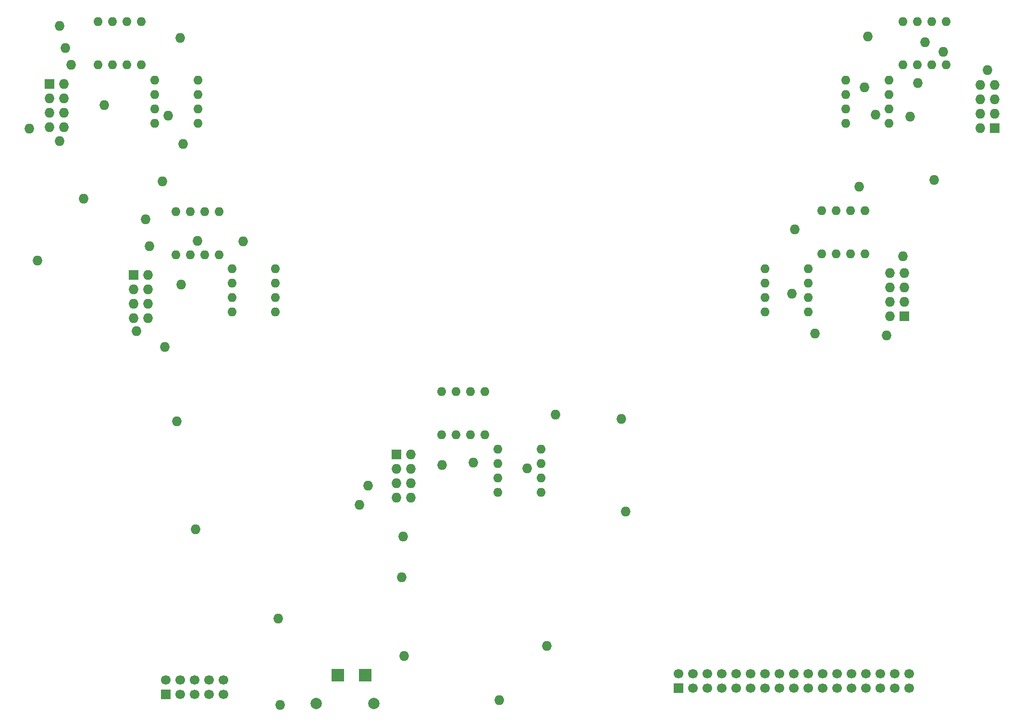
<source format=gbs>
G04 #@! TF.FileFunction,Soldermask,Bot*
%FSLAX46Y46*%
G04 Gerber Fmt 4.6, Leading zero omitted, Abs format (unit mm)*
G04 Created by KiCad (PCBNEW 4.0.5) date 2017 January 03, Tuesday 16:58:24*
%MOMM*%
%LPD*%
G01*
G04 APERTURE LIST*
%ADD10C,0.150000*%
%ADD11O,1.727200X1.727200*%
%ADD12R,1.700000X1.700000*%
%ADD13C,1.700000*%
%ADD14O,1.600000X1.600000*%
%ADD15R,1.727200X1.727200*%
%ADD16R,2.235200X2.235200*%
%ADD17C,1.998980*%
G04 APERTURE END LIST*
D10*
D11*
X161250000Y-125860000D03*
X201830000Y-164890000D03*
X278840000Y-103870000D03*
X280140000Y-97960000D03*
X131020000Y-94750000D03*
X189470000Y-177960000D03*
D12*
X238020000Y-204670000D03*
D13*
X238020000Y-202130000D03*
X240560000Y-204670000D03*
X240560000Y-202130000D03*
X243100000Y-204670000D03*
X243100000Y-202130000D03*
X245640000Y-204670000D03*
X245640000Y-202130000D03*
X248180000Y-204670000D03*
X248180000Y-202130000D03*
X250720000Y-204670000D03*
X250720000Y-202130000D03*
X253260000Y-204670000D03*
X253260000Y-202130000D03*
X255800000Y-204670000D03*
X255800000Y-202130000D03*
X258340000Y-204670000D03*
X258340000Y-202130000D03*
X260880000Y-204670000D03*
X260880000Y-202130000D03*
X263420000Y-204670000D03*
X263420000Y-202130000D03*
X265960000Y-204670000D03*
X265960000Y-202130000D03*
X268500000Y-204670000D03*
X268500000Y-202130000D03*
X271040000Y-204670000D03*
X271040000Y-202130000D03*
X273580000Y-204670000D03*
X273580000Y-202130000D03*
X276120000Y-204670000D03*
X276120000Y-202130000D03*
X278660000Y-204670000D03*
X278660000Y-202130000D03*
D11*
X136860000Y-101820000D03*
X128980000Y-87850000D03*
X129980000Y-91770000D03*
X148060000Y-103690000D03*
X150200000Y-89980000D03*
X150730000Y-108690000D03*
X150380000Y-133460000D03*
X153240000Y-125780000D03*
X144740000Y-126710000D03*
X144090000Y-121940000D03*
X147030000Y-115280000D03*
X189260000Y-185110000D03*
X196320000Y-165350000D03*
X211290000Y-165910000D03*
X281450000Y-90770000D03*
X272680000Y-103540000D03*
X270730000Y-98730000D03*
X271350000Y-89680000D03*
X284650000Y-92420000D03*
X292420000Y-95610000D03*
X269810000Y-116250000D03*
X258490000Y-123760000D03*
X257970000Y-135100000D03*
X274650000Y-142420000D03*
X277520000Y-128520000D03*
X283000000Y-114990000D03*
X262050000Y-142140000D03*
X181770000Y-172370000D03*
X183330000Y-168930000D03*
X216320000Y-156430000D03*
X227940000Y-157190000D03*
X228670000Y-173560000D03*
X189620000Y-198980000D03*
X214820000Y-197200000D03*
X206440000Y-206810000D03*
X167850000Y-207630000D03*
X167500000Y-192450000D03*
X152900000Y-176680000D03*
X149600000Y-157630000D03*
X142530000Y-141730000D03*
X147470000Y-144530000D03*
X125070000Y-129240000D03*
X128940000Y-108160000D03*
X123610000Y-106000000D03*
X133160000Y-118300000D03*
D14*
X143330000Y-87100000D03*
X140790000Y-87100000D03*
X138250000Y-87100000D03*
X135710000Y-87100000D03*
X135710000Y-94720000D03*
X138250000Y-94720000D03*
X140790000Y-94720000D03*
X143330000Y-94720000D03*
D15*
X293740000Y-105920000D03*
D11*
X293740000Y-103380000D03*
X293740000Y-100840000D03*
X293740000Y-98300000D03*
X291200000Y-98300000D03*
X291200000Y-100840000D03*
X291200000Y-103380000D03*
X291200000Y-105920000D03*
D15*
X277770000Y-139080000D03*
D11*
X277770000Y-136540000D03*
X277770000Y-134000000D03*
X277770000Y-131460000D03*
X275230000Y-131460000D03*
X275230000Y-134000000D03*
X275230000Y-136540000D03*
X275230000Y-139080000D03*
D15*
X188260000Y-163450000D03*
D11*
X188260000Y-165990000D03*
X188260000Y-168530000D03*
X188260000Y-171070000D03*
X190800000Y-171070000D03*
X190800000Y-168530000D03*
X190800000Y-165990000D03*
X190800000Y-163450000D03*
D15*
X142000000Y-131830000D03*
D11*
X142000000Y-134370000D03*
X142000000Y-136910000D03*
X142000000Y-139450000D03*
X144540000Y-139450000D03*
X144540000Y-136910000D03*
X144540000Y-134370000D03*
X144540000Y-131830000D03*
D15*
X127170000Y-98060000D03*
D11*
X127170000Y-100600000D03*
X127170000Y-103140000D03*
X127170000Y-105680000D03*
X129710000Y-105680000D03*
X129710000Y-103140000D03*
X129710000Y-100600000D03*
X129710000Y-98060000D03*
D16*
X177950000Y-202410000D03*
X182830000Y-202410000D03*
D12*
X147650000Y-205750000D03*
D13*
X147650000Y-203210000D03*
X150190000Y-205750000D03*
X150190000Y-203210000D03*
X152730000Y-205750000D03*
X152730000Y-203210000D03*
X155270000Y-205750000D03*
X155270000Y-203210000D03*
X157810000Y-205750000D03*
X157810000Y-203210000D03*
D17*
X184330000Y-207420000D03*
X174170000Y-207420000D03*
D14*
X145730000Y-97460000D03*
X145730000Y-100000000D03*
X145730000Y-102540000D03*
X145730000Y-105080000D03*
X153350000Y-105080000D03*
X153350000Y-102540000D03*
X153350000Y-100000000D03*
X153350000Y-97460000D03*
X157090000Y-120640000D03*
X154550000Y-120640000D03*
X152010000Y-120640000D03*
X149470000Y-120640000D03*
X149470000Y-128260000D03*
X152010000Y-128260000D03*
X154550000Y-128260000D03*
X157090000Y-128260000D03*
X159310000Y-130680000D03*
X159310000Y-133220000D03*
X159310000Y-135760000D03*
X159310000Y-138300000D03*
X166930000Y-138300000D03*
X166930000Y-135760000D03*
X166930000Y-133220000D03*
X166930000Y-130680000D03*
X203850000Y-152380000D03*
X201310000Y-152380000D03*
X198770000Y-152380000D03*
X196230000Y-152380000D03*
X196230000Y-160000000D03*
X198770000Y-160000000D03*
X201310000Y-160000000D03*
X203850000Y-160000000D03*
X206150000Y-162540000D03*
X206150000Y-165080000D03*
X206150000Y-167620000D03*
X206150000Y-170160000D03*
X213770000Y-170160000D03*
X213770000Y-167620000D03*
X213770000Y-165080000D03*
X213770000Y-162540000D03*
X253280000Y-130680000D03*
X253280000Y-133220000D03*
X253280000Y-135760000D03*
X253280000Y-138300000D03*
X260900000Y-138300000D03*
X260900000Y-135760000D03*
X260900000Y-133220000D03*
X260900000Y-130680000D03*
X263230000Y-128100000D03*
X265770000Y-128100000D03*
X268310000Y-128100000D03*
X270850000Y-128100000D03*
X270850000Y-120480000D03*
X268310000Y-120480000D03*
X265770000Y-120480000D03*
X263230000Y-120480000D03*
X267440000Y-97450000D03*
X267440000Y-99990000D03*
X267440000Y-102530000D03*
X267440000Y-105070000D03*
X275060000Y-105070000D03*
X275060000Y-102530000D03*
X275060000Y-99990000D03*
X275060000Y-97450000D03*
X277500000Y-94740000D03*
X280040000Y-94740000D03*
X282580000Y-94740000D03*
X285120000Y-94740000D03*
X285120000Y-87120000D03*
X282580000Y-87120000D03*
X280040000Y-87120000D03*
X277500000Y-87120000D03*
M02*

</source>
